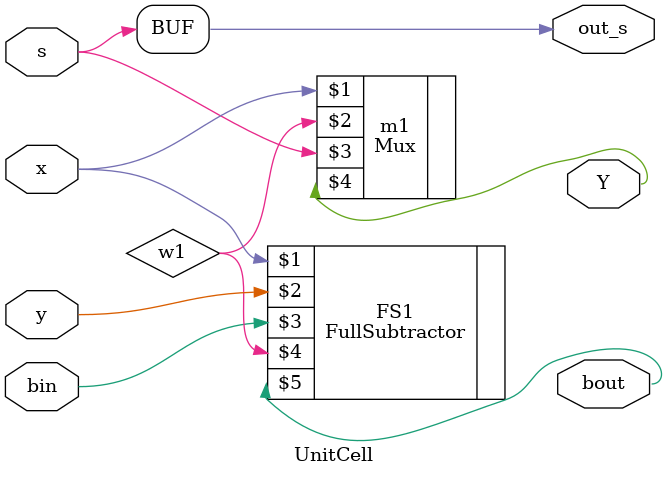
<source format=v>
module UnitCell(input x,y,bin,s, output Y,bout,out_s);
       wire w1;
       FullSubtractor FS1(x,y,bin,w1,bout);
       Mux m1(x,w1,s,Y);
       assign out_s=s;
       endmodule


</source>
